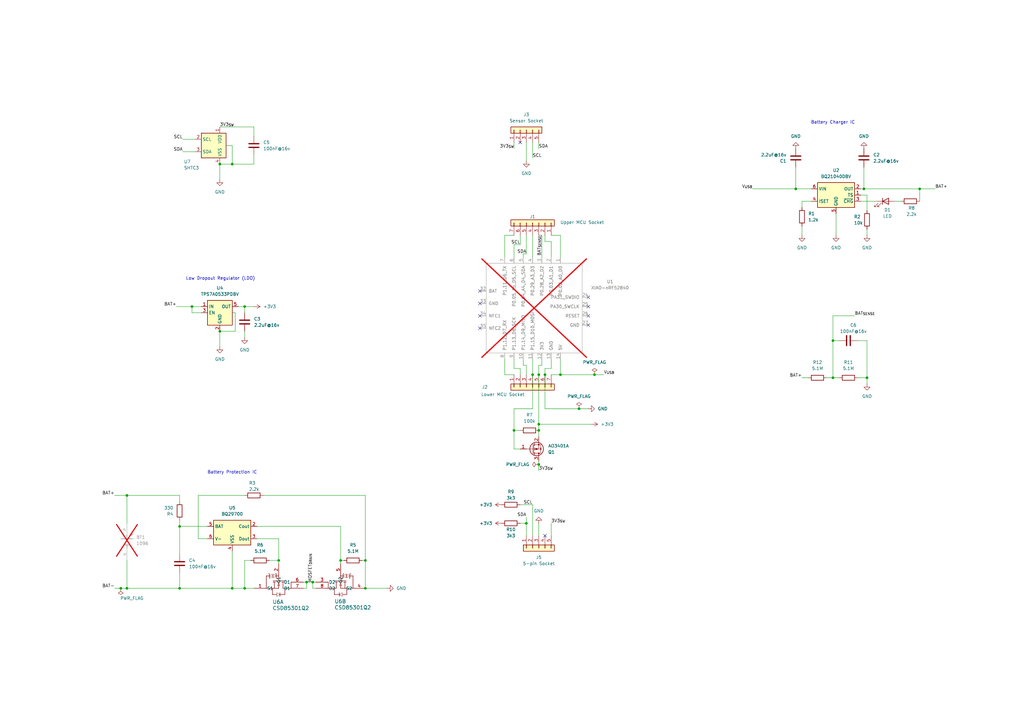
<source format=kicad_sch>
(kicad_sch (version 20250114) (generator "eeschema") (generator_version "9.0")
  (paper "A3")
  (title_block (title "Plant Sensor Breakout Board") (date "2026-02-10") (rev "1.2") (company "FEATURE") (comment 1 "pls sub this took so long good lord"))
  (lib_symbols
    (symbol "CSD85301Q2_1" (pin_names (offset 0.254))
      (property "Reference" "U" (at 0 2.54 0))
      (property "Value" "CSD85301Q2" (at 0 0 0))
      (symbol "CSD85301Q2_1_1_1"
        (pin input line (at -7.62 0 0) (length 5.08) (name "G1") (number "2"))
        (pin passive line (at 0 10.16 270) (length 5.08) (name "D1") (number "6"))
        (pin passive line (at 2.54 10.16 270) (length 5.08) (name "D1") (number "7"))
        (pin passive line (at 2.54 -10.16 90) (length 5.08) (name "S1") (number "1"))
      )
      (symbol "CSD85301Q2_1_2_1"
        (pin input line (at -7.62 0 0) (length 5.08) (name "G2") (number "5"))
        (pin passive line (at 0 10.16 270) (length 5.08) (name "D2") (number "3"))
        (pin passive line (at 2.54 10.16 270) (length 5.08) (name "D2") (number "8"))
        (pin passive line (at 2.54 -10.16 90) (length 5.08) (name "S2") (number "4"))
      )
    )
    (symbol "Connector_Generic:Conn_01x05" (pin_names (offset 1.016) (hide yes))
      (property "Reference" "J" (at 0 7.62 0))
      (property "Value" "Conn_01x05" (at 0 -7.62 0))
      (symbol "Conn_01x05_1_1"
        (pin passive line (at -5.08 5.08 0) (length 3.81) (name "Pin_1") (number "1"))
        (pin passive line (at -5.08 2.54 0) (length 3.81) (name "Pin_2") (number "2"))
        (pin passive line (at -5.08 0 0) (length 3.81) (name "Pin_3") (number "3"))
        (pin passive line (at -5.08 -2.54 0) (length 3.81) (name "Pin_4") (number "4"))
        (pin passive line (at -5.08 -5.08 0) (length 3.81) (name "Pin_5") (number "5"))
      )
    )
    (symbol "Connector_Generic:Conn_01x07" (pin_names (offset 1.016) (hide yes))
      (property "Reference" "J" (at 0 10.16 0))
      (property "Value" "Conn_01x07" (at 0 -10.16 0))
      (symbol "Conn_01x07_1_1"
        (pin passive line (at -5.08 7.62 0) (length 3.81) (name "Pin_1") (number "1"))
        (pin passive line (at -5.08 5.08 0) (length 3.81) (name "Pin_2") (number "2"))
        (pin passive line (at -5.08 2.54 0) (length 3.81) (name "Pin_3") (number "3"))
        (pin passive line (at -5.08 0 0) (length 3.81) (name "Pin_4") (number "4"))
        (pin passive line (at -5.08 -2.54 0) (length 3.81) (name "Pin_5") (number "5"))
        (pin passive line (at -5.08 -5.08 0) (length 3.81) (name "Pin_6") (number "6"))
        (pin passive line (at -5.08 -7.62 0) (length 3.81) (name "Pin_7") (number "7"))
      )
    )
    (symbol "power:+3V3" (power) (pin_numbers (hide yes)) (pin_names (offset 0) (hide yes))
      (property "Value" "+3V3" (at 0 3.556 0))
      (symbol "+3V3_1_1"
        (pin power_in line (at 0 0 90) (length 0) (name "~") (number "1"))
      )
    )
    (symbol "smart_sensor_battery:1096" (pin_names (offset 1.016))
      (property "Reference" "BT" (at -3.81 3.81 0))
      (property "Value" "1096" (at -3.81 -5.08 0))
      (symbol "1096_0_0"
        (pin passive line (at -7.62 0 0) (length 5.08) (name "~") (number "P"))
        (pin passive line (at 7.62 0 180) (length 5.08) (name "~") (number "N"))
      )
    )
    (symbol "smart_sensor_battery:BQ21040DBV"
      (property "Reference" "U" (at -7.62 6.35 0))
      (property "Value" "BQ21040DBV" (at 1.27 6.35 0))
      (symbol "BQ21040DBV_1_1"
        (pin power_in line (at -10.16 2.54 0) (length 2.54) (name "VIN") (number "6"))
        (pin input line (at -10.16 -2.54 0) (length 2.54) (name "ISET") (number "4"))
        (pin power_in line (at 0 -7.62 90) (length 2.54) (name "GND") (number "5"))
        (pin power_out line (at 10.16 2.54 180) (length 2.54) (name "OUT") (number "2"))
        (pin input line (at 10.16 0 180) (length 2.54) (name "TS") (number "1"))
        (pin open_collector line (at 10.16 -2.54 180) (length 2.54) (name "~{CHG}") (number "3"))
      )
    )
    (symbol "smart_sensor_battery:BQ297xy"
      (property "Reference" "U" (at -6.35 6.35 0))
      (property "Value" "BQ297xy" (at 5.08 -6.35 0))
      (symbol "BQ297xy_1_1"
        (pin input line (at -10.16 2.54 0) (length 2.54) (name "BAT") (number "5"))
        (pin input line (at -10.16 -2.54 0) (length 2.54) (name "V-") (number "6"))
        (pin power_in line (at 0 -7.62 90) (length 2.54) (name "VSS") (number "4"))
        (pin no_connect line (at 7.62 0 180) (length 2.54) (hide yes) (name "NC") (number "1"))
        (pin output line (at 10.16 2.54 180) (length 2.54) (name "Cout") (number "2"))
        (pin output line (at 10.16 -2.54 180) (length 2.54) (name "Dout") (number "3"))
      )
    )
    (symbol "smart_sensor_battery:C" (pin_numbers (hide yes)) (pin_names (offset 0.254))
      (property "Reference" "C" (at 0.635 2.54 0))
      (property "Value" "C" (at 0.635 -2.54 0))
      (symbol "C_1_1"
        (pin passive line (at 0 3.81 270) (length 2.794) (name "~") (number "1"))
        (pin passive line (at 0 -3.81 90) (length 2.794) (name "~") (number "2"))
      )
    )
    (symbol "smart_sensor_battery:CSD85301Q2" (pin_names (offset 0.254))
      (property "Reference" "U" (at 0 2.54 0))
      (property "Value" "CSD85301Q2" (at 0 0 0))
      (symbol "CSD85301Q2_1_1"
        (pin input line (at -7.62 0 0) (length 5.08) (name "G1") (number "2"))
        (pin passive line (at 0 10.16 270) (length 5.08) (name "D1") (number "6"))
        (pin passive line (at 2.54 10.16 270) (length 5.08) (name "D1") (number "7"))
        (pin passive line (at 2.54 -10.16 90) (length 5.08) (name "S1") (number "1"))
      )
      (symbol "CSD85301Q2_2_1"
        (pin input line (at -7.62 0 0) (length 5.08) (name "G2") (number "5"))
        (pin passive line (at 0 10.16 270) (length 5.08) (name "D2") (number "3"))
        (pin passive line (at 2.54 10.16 270) (length 5.08) (name "D2") (number "8"))
        (pin passive line (at 2.54 -10.16 90) (length 5.08) (name "S2") (number "4"))
      )
    )
    (symbol "smart_sensor_battery:GND" (power) (pin_numbers (hide yes)) (pin_names (offset 0) (hide yes))
      (property "Value" "GND" (at 0 -3.81 0))
      (symbol "GND_1_1"
        (pin power_in line (at 0 0 270) (length 0) (name "~") (number "1"))
      )
    )
    (symbol "smart_sensor_battery:LED" (pin_numbers (hide yes)) (pin_names (offset 1.016) (hide yes))
      (property "Reference" "D" (at 0 2.54 0))
      (property "Value" "LED" (at 0 -2.54 0))
      (symbol "LED_1_1"
        (pin passive line (at -3.81 0 0) (length 2.54) (name "K") (number "1"))
        (pin passive line (at 3.81 0 180) (length 2.54) (name "A") (number "2"))
      )
    )
    (symbol "smart_sensor_battery:PWR_FLAG" (power) (pin_numbers (hide yes)) (pin_names (offset 0) (hide yes))
      (property "Value" "PWR_FLAG" (at 0 3.81 0))
      (symbol "PWR_FLAG_0_0"
        (pin power_out line (at 0 0 90) (length 0) (name "~") (number "1"))
      )
    )
    (symbol "smart_sensor_battery:Q_PMOS_GSD" (pin_names (offset 0) (hide yes))
      (property "Reference" "Q" (at 5.08 1.905 0))
      (property "Value" "Q_PMOS_GSD" (at 5.08 0 0))
      (symbol "Q_PMOS_GSD_1_1"
        (pin input line (at -5.08 0 0) (length 2.54) (name "G") (number "1"))
        (pin passive line (at 2.54 5.08 270) (length 2.54) (name "D") (number "3"))
        (pin passive line (at 2.54 -5.08 90) (length 2.54) (name "S") (number "2"))
      )
    )
    (symbol "smart_sensor_battery:R" (pin_numbers (hide yes)) (pin_names (offset 0))
      (property "Reference" "R" (at 2.032 0 90))
      (property "Value" "R" (at 0 0 90))
      (symbol "R_1_1"
        (pin passive line (at 0 3.81 270) (length 1.27) (name "~") (number "1"))
        (pin passive line (at 0 -3.81 90) (length 1.27) (name "~") (number "2"))
      )
    )
    (symbol "smart_sensor_battery:SHTC3"
      (property "Reference" "U" (at -3.81 6.35 0))
      (property "Value" "SHTC3" (at -2.54 -6.35 0))
      (symbol "SHTC3_1_1"
        (pin input line (at -7.62 2.54 0) (length 2.54) (name "SCL") (number "2"))
        (pin bidirectional line (at -7.62 -2.54 0) (length 2.54) (name "SDA") (number "3"))
        (pin power_in line (at 2.54 7.62 270) (length 2.54) (name "VDD") (number "1"))
        (pin power_in line (at 2.54 -7.62 90) (length 2.54) (name "VSS") (number "4"))
        (pin power_in line (at 5.08 0 180) (length 2.54) (hide yes) (name "GND_(centre_pad)") (number "5"))
      )
    )
    (symbol "smart_sensor_battery:TPS7A0533PDBV"
      (property "Reference" "U4" (at 0 10.16 0))
      (property "Value" "TPS7A0533PDBV" (at 0 7.62 0))
      (symbol "TPS7A0533PDBV_0_1"
        (pin power_in line (at -7.62 2.54 0) (length 2.54) (name "IN") (number "1"))
        (pin input line (at -7.62 0 0) (length 2.54) (name "EN") (number "3"))
        (pin power_in line (at 0 -7.62 90) (length 2.54) (name "GND") (number "2"))
        (pin power_in line (at 5.08 0 180) (length 2.54) (hide yes) (name "NC_(GND)") (number "4"))
        (pin power_out line (at 7.62 2.54 180) (length 2.54) (name "OUT") (number "5"))
      )
    )
    (symbol "smart_sensor_battery:XIAO-nRF52840-SMD" (pin_names (offset 1.016))
      (property "Reference" "U" (at -18.542 23.114 0))
      (property "Value" "XIAO-nRF52840-SMD" (at -8.636 21.336 0))
      (symbol "XIAO-nRF52840-SMD_1_1"
        (pin passive line (at -21.59 11.43 0) (length 2.54) (name "P0.02_A0_D0") (number "1"))
        (pin passive line (at -21.59 7.62 0) (length 2.54) (name "P0.03_A1_D1") (number "2"))
        (pin passive line (at -21.59 3.81 0) (length 2.54) (name "P0.28_A2_D2") (number "3"))
        (pin passive line (at -21.59 0 0) (length 2.54) (name "P0.29_A3_D3") (number "4"))
        (pin passive line (at -21.59 -3.81 0) (length 2.54) (name "P0.04_A4_D4_SDA") (number "5"))
        (pin passive line (at -21.59 -7.62 0) (length 2.54) (name "P0.05_A5_D5_SCL") (number "6"))
        (pin passive line (at -21.59 -11.43 0) (length 2.54) (name "P1.11_D6_TX") (number "7"))
        (pin passive line (at -7.62 -21.59 90) (length 2.54) (name "BAT") (number "32"))
        (pin passive line (at -5.08 22.86 270) (length 2.54) (name "PA31_SWDIO") (number "24"))
        (pin passive line (at -2.54 -21.59 90) (length 2.54) (name "GND") (number "33"))
        (pin passive line (at -1.27 22.86 270) (length 2.54) (name "PA30_SWCLK") (number "25"))
        (pin passive line (at 2.54 22.86 270) (length 2.54) (name "RESET") (number "26"))
        (pin passive line (at 2.54 -21.59 90) (length 2.54) (name "NFC1") (number "34"))
        (pin passive line (at 6.35 22.86 270) (length 2.54) (name "GND") (number "27"))
        (pin passive line (at 7.62 -21.59 90) (length 2.54) (name "NFC2") (number "35"))
        (pin passive line (at 20.32 11.43 180) (length 2.54) (name "5V") (number "14"))
        (pin passive line (at 20.32 7.62 180) (length 2.54) (name "GND") (number "13"))
        (pin passive line (at 20.32 3.81 180) (length 2.54) (name "3V3") (number "12"))
        (pin passive line (at 20.32 0 180) (length 2.54) (name "P1.15_D10_MOSI") (number "11"))
        (pin passive line (at 20.32 -3.81 180) (length 2.54) (name "P1.14_D9_MISO") (number "10"))
        (pin passive line (at 20.32 -7.62 180) (length 2.54) (name "P1.13_D8_SCK") (number "9"))
        (pin passive line (at 20.32 -11.43 180) (length 2.54) (name "P1.12_D7_RX") (number "8"))
      )
    )
  )
  (text "Battery Charger IC" (at 341.63 50.292 0) (effects (font (size 1.27 1.27))))
  (text "Low Dropout Regulator (LDO)" (at 90.424 114.3 0) (effects (font (size 1.27 1.27))))
  (text "Battery Protection IC\n" (at 95.25 193.802 0) (effects (font (size 1.27 1.27))))
  (junction (at 73.66 241.3))
  (junction (at 125.73 238.76))
  (junction (at 149.86 241.3))
  (junction (at 220.98 173.99))
  (junction (at 326.39 77.47))
  (junction (at 210.82 176.53))
  (junction (at 100.33 125.73))
  (junction (at 95.25 67.31))
  (junction (at 223.52 153.67))
  (junction (at 52.07 203.2))
  (junction (at 139.7 229.87))
  (junction (at 243.84 153.67))
  (junction (at 78.74 125.73))
  (junction (at 341.63 154.94))
  (junction (at 215.9 214.63))
  (junction (at 90.17 135.89))
  (junction (at 220.98 190.5))
  (junction (at 95.25 241.3))
  (junction (at 220.98 176.53))
  (junction (at 90.17 67.31))
  (junction (at 100.33 241.3))
  (junction (at 49.53 241.3))
  (junction (at 128.27 238.76))
  (junction (at 341.63 139.7))
  (junction (at 377.19 77.47))
  (junction (at 354.33 77.47))
  (junction (at 229.87 153.67))
  (junction (at 355.6 154.94))
  (junction (at 220.98 153.67))
  (junction (at 237.49 167.64))
  (junction (at 149.86 229.87))
  (junction (at 218.44 153.67))
  (junction (at 52.07 241.3))
  (junction (at 114.3 229.87))
  (junction (at 73.66 215.9))
  (no_connect (at 196.85 124.46))
  (no_connect (at 213.36 58.42))
  (no_connect (at 196.85 119.38))
  (no_connect (at 241.3 125.73))
  (no_connect (at 196.85 134.62))
  (no_connect (at 241.3 133.35))
  (no_connect (at 241.3 129.54))
  (no_connect (at 196.85 129.54))
  (no_connect (at 223.52 219.71))
  (no_connect (at 241.3 121.92))
  (wire (pts (xy 339.09 154.94) (xy 341.63 154.94)))
  (wire (pts (xy 210.82 105.41) (xy 210.82 100.33)))
  (wire (pts (xy 218.44 58.42) (xy 218.44 64.77)))
  (wire (pts (xy 73.66 203.2) (xy 73.66 205.74)))
  (wire (pts (xy 100.33 135.89) (xy 100.33 138.43)))
  (wire (pts (xy 354.33 77.47) (xy 377.19 77.47)))
  (wire (pts (xy 95.25 241.3) (xy 100.33 241.3)))
  (wire (pts (xy 223.52 153.67) (xy 223.52 167.64)))
  (wire (pts (xy 81.28 203.2) (xy 100.33 203.2)))
  (wire (pts (xy 215.9 149.86) (xy 215.9 153.67)))
  (wire (pts (xy 102.87 229.87) (xy 100.33 229.87)))
  (wire (pts (xy 73.66 241.3) (xy 95.25 241.3)))
  (wire (pts (xy 114.3 220.98) (xy 114.3 229.87)))
  (wire (pts (xy 90.17 52.07) (xy 104.14 52.07)))
  (wire (pts (xy 341.63 139.7) (xy 341.63 154.94)))
  (wire (pts (xy 237.49 167.64) (xy 241.3 167.64)))
  (wire (pts (xy 104.14 63.5) (xy 104.14 67.31)))
  (wire (pts (xy 213.36 151.13) (xy 213.36 153.67)))
  (wire (pts (xy 107.95 203.2) (xy 149.86 203.2)))
  (wire (pts (xy 73.66 215.9) (xy 85.09 215.9)))
  (wire (pts (xy 95.25 67.31) (xy 90.17 67.31)))
  (wire (pts (xy 110.49 229.87) (xy 114.3 229.87)))
  (wire (pts (xy 328.93 85.09) (xy 328.93 82.55)))
  (wire (pts (xy 210.82 176.53) (xy 213.36 176.53)))
  (wire (pts (xy 149.86 229.87) (xy 149.86 203.2)))
  (wire (pts (xy 81.28 220.98) (xy 85.09 220.98)))
  (wire (pts (xy 95.25 226.06) (xy 95.25 241.3)))
  (wire (pts (xy 215.9 104.14) (xy 214.63 104.14)))
  (wire (pts (xy 328.93 82.55) (xy 332.74 82.55)))
  (wire (pts (xy 96.52 128.27) (xy 95.25 128.27)))
  (wire (pts (xy 223.52 151.13) (xy 223.52 153.67)))
  (wire (pts (xy 328.93 154.94) (xy 331.47 154.94)))
  (wire (pts (xy 222.25 96.52) (xy 220.98 96.52)))
  (wire (pts (xy 214.63 105.41) (xy 214.63 104.14)))
  (wire (pts (xy 229.87 153.67) (xy 243.84 153.67)))
  (wire (pts (xy 129.54 241.3) (xy 128.27 241.3)))
  (wire (pts (xy 97.79 125.73) (xy 100.33 125.73)))
  (wire (pts (xy 210.82 147.32) (xy 210.82 151.13)))
  (wire (pts (xy 223.52 167.64) (xy 237.49 167.64)))
  (wire (pts (xy 214.63 147.32) (xy 214.63 149.86)))
  (wire (pts (xy 220.98 214.63) (xy 220.98 219.71)))
  (wire (pts (xy 125.73 238.76) (xy 128.27 238.76)))
  (wire (pts (xy 92.71 59.69) (xy 95.25 59.69)))
  (wire (pts (xy 72.39 125.73) (xy 78.74 125.73)))
  (wire (pts (xy 100.33 125.73) (xy 104.14 125.73)))
  (wire (pts (xy 215.9 96.52) (xy 215.9 104.14)))
  (wire (pts (xy 104.14 67.31) (xy 95.25 67.31)))
  (wire (pts (xy 229.87 153.67) (xy 226.06 153.67)))
  (wire (pts (xy 105.41 215.9) (xy 139.7 215.9)))
  (wire (pts (xy 100.33 125.73) (xy 100.33 128.27)))
  (wire (pts (xy 73.66 215.9) (xy 73.66 227.33)))
  (wire (pts (xy 220.98 173.99) (xy 220.98 176.53)))
  (wire (pts (xy 100.33 229.87) (xy 100.33 241.3)))
  (wire (pts (xy 81.28 203.2) (xy 81.28 220.98)))
  (wire (pts (xy 73.66 213.36) (xy 73.66 215.9)))
  (wire (pts (xy 74.93 57.15) (xy 80.01 57.15)))
  (wire (pts (xy 355.6 157.48) (xy 355.6 154.94)))
  (wire (pts (xy 207.01 153.67) (xy 210.82 153.67)))
  (wire (pts (xy 220.98 173.99) (xy 242.57 173.99)))
  (wire (pts (xy 210.82 151.13) (xy 213.36 151.13)))
  (wire (pts (xy 328.93 92.71) (xy 328.93 96.52)))
  (wire (pts (xy 73.66 234.95) (xy 73.66 241.3)))
  (wire (pts (xy 342.9 87.63) (xy 342.9 96.52)))
  (wire (pts (xy 78.74 125.73) (xy 82.55 125.73)))
  (wire (pts (xy 344.17 154.94) (xy 341.63 154.94)))
  (wire (pts (xy 213.36 184.15) (xy 210.82 184.15)))
  (wire (pts (xy 326.39 68.58) (xy 326.39 77.47)))
  (wire (pts (xy 210.82 176.53) (xy 210.82 184.15)))
  (wire (pts (xy 350.52 129.54) (xy 341.63 129.54)))
  (wire (pts (xy 226.06 99.06) (xy 223.52 99.06)))
  (wire (pts (xy 207.01 147.32) (xy 207.01 153.67)))
  (wire (pts (xy 213.36 214.63) (xy 215.9 214.63)))
  (wire (pts (xy 213.36 207.01) (xy 218.44 207.01)))
  (wire (pts (xy 353.06 82.55) (xy 359.41 82.55)))
  (wire (pts (xy 355.6 154.94) (xy 351.79 154.94)))
  (wire (pts (xy 226.06 147.32) (xy 226.06 151.13)))
  (wire (pts (xy 90.17 135.89) (xy 96.52 135.89)))
  (wire (pts (xy 114.3 229.87) (xy 114.3 231.14)))
  (wire (pts (xy 223.52 151.13) (xy 226.06 151.13)))
  (wire (pts (xy 52.07 229.87) (xy 52.07 241.3)))
  (wire (pts (xy 220.98 58.42) (xy 220.98 60.96)))
  (wire (pts (xy 213.36 96.52) (xy 213.36 100.33)))
  (wire (pts (xy 377.19 77.47) (xy 383.54 77.47)))
  (wire (pts (xy 220.98 193.04) (xy 220.98 190.5)))
  (wire (pts (xy 210.82 58.42) (xy 210.82 60.96)))
  (wire (pts (xy 218.44 147.32) (xy 218.44 153.67)))
  (wire (pts (xy 207.01 96.52) (xy 210.82 96.52)))
  (wire (pts (xy 229.87 96.52) (xy 226.06 96.52)))
  (wire (pts (xy 128.27 238.76) (xy 129.54 238.76)))
  (wire (pts (xy 367.03 82.55) (xy 369.57 82.55)))
  (wire (pts (xy 128.27 241.3) (xy 128.27 238.76)))
  (wire (pts (xy 326.39 77.47) (xy 332.74 77.47)))
  (wire (pts (xy 355.6 139.7) (xy 351.79 139.7)))
  (wire (pts (xy 124.46 241.3) (xy 125.73 241.3)))
  (wire (pts (xy 355.6 86.36) (xy 355.6 80.01)))
  (wire (pts (xy 46.99 241.3) (xy 49.53 241.3)))
  (wire (pts (xy 100.33 241.3) (xy 104.14 241.3)))
  (wire (pts (xy 210.82 167.64) (xy 218.44 167.64)))
  (wire (pts (xy 124.46 238.76) (xy 125.73 238.76)))
  (wire (pts (xy 95.25 59.69) (xy 95.25 67.31)))
  (wire (pts (xy 222.25 147.32) (xy 222.25 149.86)))
  (wire (pts (xy 229.87 105.41) (xy 229.87 96.52)))
  (wire (pts (xy 82.55 128.27) (xy 78.74 128.27)))
  (wire (pts (xy 355.6 93.98) (xy 355.6 96.52)))
  (wire (pts (xy 215.9 214.63) (xy 215.9 219.71)))
  (wire (pts (xy 308.61 77.47) (xy 326.39 77.47)))
  (wire (pts (xy 148.59 229.87) (xy 149.86 229.87)))
  (wire (pts (xy 226.06 214.63) (xy 226.06 219.71)))
  (wire (pts (xy 220.98 153.67) (xy 220.98 173.99)))
  (wire (pts (xy 52.07 241.3) (xy 73.66 241.3)))
  (wire (pts (xy 96.52 135.89) (xy 96.52 128.27)))
  (wire (pts (xy 355.6 80.01) (xy 353.06 80.01)))
  (wire (pts (xy 215.9 212.09) (xy 215.9 214.63)))
  (wire (pts (xy 220.98 149.86) (xy 220.98 153.67)))
  (wire (pts (xy 105.41 220.98) (xy 114.3 220.98)))
  (wire (pts (xy 139.7 215.9) (xy 139.7 229.87)))
  (wire (pts (xy 220.98 190.5) (xy 220.98 189.23)))
  (wire (pts (xy 139.7 229.87) (xy 140.97 229.87)))
  (wire (pts (xy 104.14 52.07) (xy 104.14 55.88)))
  (wire (pts (xy 341.63 129.54) (xy 341.63 139.7)))
  (wire (pts (xy 52.07 203.2) (xy 73.66 203.2)))
  (wire (pts (xy 344.17 139.7) (xy 341.63 139.7)))
  (wire (pts (xy 46.99 203.2) (xy 52.07 203.2)))
  (wire (pts (xy 49.53 241.3) (xy 52.07 241.3)))
  (wire (pts (xy 220.98 149.86) (xy 222.25 149.86)))
  (wire (pts (xy 149.86 241.3) (xy 149.86 229.87)))
  (wire (pts (xy 226.06 105.41) (xy 226.06 99.06)))
  (wire (pts (xy 355.6 139.7) (xy 355.6 154.94)))
  (wire (pts (xy 218.44 207.01) (xy 218.44 219.71)))
  (wire (pts (xy 139.7 229.87) (xy 139.7 231.14)))
  (wire (pts (xy 229.87 147.32) (xy 229.87 153.67)))
  (wire (pts (xy 78.74 128.27) (xy 78.74 125.73)))
  (wire (pts (xy 90.17 135.89) (xy 90.17 142.24)))
  (wire (pts (xy 215.9 58.42) (xy 215.9 66.04)))
  (wire (pts (xy 149.86 241.3) (xy 158.75 241.3)))
  (wire (pts (xy 210.82 167.64) (xy 210.82 176.53)))
  (wire (pts (xy 218.44 96.52) (xy 218.44 105.41)))
  (wire (pts (xy 125.73 241.3) (xy 125.73 238.76)))
  (wire (pts (xy 214.63 149.86) (xy 215.9 149.86)))
  (wire (pts (xy 220.98 176.53) (xy 220.98 179.07)))
  (wire (pts (xy 353.06 77.47) (xy 354.33 77.47)))
  (wire (pts (xy 377.19 77.47) (xy 377.19 82.55)))
  (wire (pts (xy 207.01 105.41) (xy 207.01 96.52)))
  (wire (pts (xy 222.25 96.52) (xy 222.25 105.41)))
  (wire (pts (xy 74.93 62.23) (xy 80.01 62.23)))
  (wire (pts (xy 90.17 67.31) (xy 90.17 73.66)))
  (wire (pts (xy 210.82 100.33) (xy 213.36 100.33)))
  (wire (pts (xy 52.07 203.2) (xy 52.07 214.63)))
  (wire (pts (xy 354.33 68.58) (xy 354.33 77.47)))
  (wire (pts (xy 223.52 96.52) (xy 223.52 99.06)))
  (wire (pts (xy 243.84 153.67) (xy 247.65 153.67)))
  (wire (pts (xy 218.44 153.67) (xy 218.44 167.64)))
  (label "BAT+" (at 72.39 125.73 180))
  (label "BAT-" (at 46.99 241.3 180))
  (label "SDA" (at 74.93 62.23 180))
  (label "BAT+" (at 328.93 154.94 180))
  (label "3V3_{SW}" (at 220.98 193.04 0))
  (label "V_{USB}" (at 247.65 153.67 0))
  (label "MOSFET_{DRAIN}" (at 128.27 238.76 90))
  (label "V_{USB}" (at 308.61 77.47 180))
  (label "SDA" (at 215.9 212.09 180))
  (label "SDA" (at 220.98 60.96 0))
  (label "3V3_{SW}" (at 226.06 214.63 0))
  (label "SCL" (at 213.36 100.33 180))
  (label "BAT+" (at 383.54 77.47 0))
  (label "BAT_{SENSE}" (at 350.52 129.54 0))
  (label "BAT+" (at 46.99 203.2 180))
  (label "SCL" (at 218.44 64.77 0))
  (label "3V3_{SW}" (at 90.17 52.07 0))
  (label "BAT_{SENSE}" (at 222.25 96.52 270))
  (label "3V3_{SW}" (at 210.82 60.96 180))
  (label "SCL" (at 218.44 207.01 180))
  (label "SCL" (at 74.93 57.15 180))
  (label "SDA" (at 215.9 104.14 180))
  (symbol (lib_id "smart_sensor_battery:BQ297xy") (at 95.25 218.44 0) (unit 1)
    (property "Reference" "U5" (at 95.25 208.28 0))
    (property "Value" "BQ29700" (at 95.25 210.82 0))
    (property "Footprint" "Package_SON:WSON-6_1.5x1.5mm_P0.5mm" (effects (hide yes)))
    (property "Datasheet" "http://www.ti.com/lit/ds/symlink/bq2970.pdf" (effects (hide yes)))
    (property "Description" "Voltage and Current Protection for Single-Cell Li-Ion and Li-Polymer Batteries" (effects (hide yes)))
    (property "LCSC Part no." "C183096" (effects (hide yes)))
  )
  (symbol (lib_id "smart_sensor_battery:C") (at 354.33 64.77 180) (unit 1)
    (property "Reference" "C2" (at 358.14 63.4999 0) (effects (justify right)))
    (property "Value" "2.2uF@16v" (at 358.14 66.0399 0) (effects (justify right)))
    (property "Footprint" "Capacitor_SMD:C_0603_1608Metric" (effects (hide yes)))
    (property "Datasheet" "https://www.lcsc.com/datasheet/C23630.pdf" (effects (hide yes)))
    (property "Description" "Unpolarized capacitor" (effects (hide yes)))
    (property "LCSC Part no." "C23630" (effects (hide yes)))
  )
  (symbol (lib_id "smart_sensor_battery:TPS7A0533PDBV") (at 90.17 128.27 0) (unit 1)
    (property "Reference" "U4" (at 90.17 118.11 0))
    (property "Value" "TPS7A0533PDBV" (at 90.17 120.65 0))
    (property "Footprint" "Package_TO_SOT_SMD:SOT-23-5" (effects (hide yes)))
    (property "Datasheet" "https://www.ti.com/lit/ds/symlink/tps7a05.pdf" (effects (hide yes)))
    (property "Description" "200-mA Ultra-Low-Iq LDO, 3.3V, SOT-23-5" (effects (hide yes)))
    (property "LCSC Part no." "C493453" (effects (hide yes)))
  )
  (symbol (lib_id "smart_sensor_battery:C") (at 326.39 64.77 180) (unit 1)
    (property "Reference" "C1" (at 322.58 66.0401 0) (effects (justify left)))
    (property "Value" "2.2uF@16v" (at 322.58 63.5001 0) (effects (justify left)))
    (property "Footprint" "Capacitor_SMD:C_0603_1608Metric" (effects (hide yes)))
    (property "Datasheet" "https://www.lcsc.com/datasheet/C23630.pdf" (effects (hide yes)))
    (property "Description" "Unpolarized capacitor" (effects (hide yes)))
    (property "LCSC Part no." "C23630" (effects (hide yes)))
  )
  (symbol (lib_id "power:+3V3") (at 242.57 173.99 270) (unit 1)
    (property "Reference" "#PWR014" (effects (hide yes)))
    (property "Value" "+3V3" (at 246.38 173.9899 90) (effects (justify left)))
    (property "Description" "Power symbol creates a global label with name \"+3V3\"" (effects (hide yes)))
  )
  (symbol (lib_id "smart_sensor_battery:GND") (at 220.98 214.63 180) (unit 1)
    (property "Reference" "#PWR02" (effects (hide yes)))
    (property "Value" "GND" (at 220.98 209.55 0))
    (property "Description" "Power symbol creates a global label with name \"GND\" , ground" (effects (hide yes)))
  )
  (symbol (lib_name "CSD85301Q2_1") (lib_id "smart_sensor_battery:CSD85301Q2_1") (at 114.3 238.76 270) (unit 1)
    (property "Reference" "U6" (at 111.76 246.888 90) (effects (font (size 1.524 1.524)) (justify left)))
    (property "Value" "CSD85301Q2" (at 111.76 249.428 90) (effects (font (size 1.524 1.524)) (justify left)))
    (property "Footprint" "TI:CSD85301Q2" (effects (hide yes)))
    (property "Datasheet" "https://www.ti.com/lit/gpn/csd85301q2" (effects (hide yes)))
    (property "LCSC Part no." "C544396" (effects (hide yes)))
  )
  (symbol (lib_id "smart_sensor_battery:PWR_FLAG") (at 220.98 190.5 90) (unit 1)
    (property "Reference" "#FLG05" (effects (hide yes)))
    (property "Value" "PWR_FLAG" (at 217.17 190.4999 90) (effects (justify left)))
    (property "Description" "Special symbol for telling ERC where power comes from" (effects (hide yes)))
  )
  (symbol (lib_id "smart_sensor_battery:R") (at 217.17 176.53 90) (unit 1)
    (property "Reference" "R7" (at 217.17 170.18 90))
    (property "Value" "100k" (at 217.17 172.72 90))
    (property "Footprint" "Resistor_SMD:R_0402_1005Metric" (effects (hide yes)))
    (property "Description" "Resistor" (effects (hide yes)))
    (property "LCSC Part no." "C25530" (effects (hide yes)))
  )
  (symbol (lib_id "smart_sensor_battery:1096") (at 52.07 222.25 270) (unit 1) (in_bom no) (on_board no) (dnp yes)
    (property "Reference" "BT1" (at 55.88 220.3449 90) (effects (justify left)))
    (property "Value" "1096" (at 55.88 222.8849 90) (effects (justify left)))
    (property "Footprint" "CustomBattery:BAT_1096" (effects (hide yes)))
    (property "MF" "Keystone Electronics" (effects (hide yes)))
    (property "MAXIMUM_PACKAGE_HEIGHT" "15.11mm" (effects (hide yes)))
    (property "Package" "None" (effects (hide yes)))
    (property "Price" "None" (effects (hide yes)))
    (property "Check_prices" "https://www.snapeda.com/parts/1096/Keystone/view-part/?ref=eda" (effects (hide yes)))
    (property "STANDARD" "Manufacturer Recommendations" (effects (hide yes)))
    (property "PARTREV" "A" (effects (hide yes)))
    (property "SnapEDA_Link" "https://www.snapeda.com/parts/1096/Keystone/view-part/?ref=snap" (effects (hide yes)))
    (property "MP" "1096" (effects (hide yes)))
    (property "Purchase-URL" "https://www.snapeda.com/api/url_track_click_mouser/?unipart_id=5529314&manufacturer=Keystone Electronics&part_name=1096&search_term=18350 holder" (effects (hide yes)))
    (property "Description_1" "SMT Battery Holder for 18350 Battery | Keystone Electronics 1096" (effects (hide yes)))
    (property "MANUFACTURER" "Keystone Electronics" (effects (hide yes)))
    (property "Availability" "In Stock" (effects (hide yes)))
    (property "SNAPEDA_PN" "1096" (effects (hide yes)))
  )
  (symbol (lib_id "smart_sensor_battery:LED") (at 363.22 82.55 0) (unit 1)
    (property "Reference" "D1" (at 363.982 86.106 0))
    (property "Value" "LED" (at 363.982 88.646 0))
    (property "Footprint" "LED_SMD:LED_0402_1005Metric" (effects (hide yes)))
    (property "Datasheet" "https://www.lcsc.com/product-detail/C74339.html" (effects (hide yes)))
    (property "Description" "Light emitting diode" (effects (hide yes)))
    (property "Sim.Pins" "1=K 2=A" (effects (hide yes)))
    (property "LCSC Part no." "C74339" (effects (hide yes)))
  )
  (symbol (lib_id "smart_sensor_battery:R") (at 106.68 229.87 90) (unit 1)
    (property "Reference" "R6" (at 106.68 223.52 90))
    (property "Value" "5.1M" (at 106.68 226.06 90))
    (property "Footprint" "Resistor_SMD:R_0402_1005Metric" (effects (hide yes)))
    (property "Description" "Resistor" (effects (hide yes)))
    (property "LCSC Part no." "C26092" (effects (hide yes)))
  )
  (symbol (lib_id "smart_sensor_battery:R") (at 104.14 203.2 90) (unit 1)
    (property "Reference" "R3" (at 102.108 198.12 90) (effects (justify right)))
    (property "Value" "2.2k" (at 102.108 200.66 90) (effects (justify right)))
    (property "Footprint" "Resistor_SMD:R_0402_1005Metric" (effects (hide yes)))
    (property "Datasheet" "https://www.lcsc.com/datasheet/C25879.pdf" (effects (hide yes)))
    (property "Description" "Resistor" (effects (hide yes)))
    (property "LCSC Part no." "C25879" (effects (hide yes)))
  )
  (symbol (lib_id "Connector_Generic:Conn_01x05") (at 220.98 224.79 90) (mirror x) (unit 1)
    (property "Reference" "J5" (at 220.98 228.6 90))
    (property "Value" "5-pin Socket" (at 220.98 231.14 90))
    (property "Footprint" "Connector_PinSocket_2.54mm:PinSocket_1x05_P2.54mm_Vertical_SMD_Pin1Left" (effects (hide yes)))
    (property "Description" "Generic connector, single row, 01x05, script generated (kicad-library-utils/schlib/autogen/connector/)" (effects (hide yes)))
    (property "LCSC Part no." "C42379198" (effects (hide yes)))
  )
  (symbol (lib_id "power:+3V3") (at 205.74 207.01 90) (unit 1)
    (property "Reference" "#PWR017" (effects (hide yes)))
    (property "Value" "+3V3" (at 201.93 207.0099 90) (effects (justify left)))
    (property "Description" "Power symbol creates a global label with name \"+3V3\"" (effects (hide yes)))
  )
  (symbol (lib_id "smart_sensor_battery:GND") (at 326.39 60.96 180) (unit 1)
    (property "Reference" "#PWR07" (effects (hide yes)))
    (property "Value" "GND" (at 326.39 55.88 0))
    (property "Description" "Power symbol creates a global label with name \"GND\" , ground" (effects (hide yes)))
  )
  (symbol (lib_id "smart_sensor_battery:GND") (at 215.9 66.04 0) (unit 1)
    (property "Reference" "#PWR04" (effects (hide yes)))
    (property "Value" "GND" (at 215.9 71.12 0))
    (property "Description" "Power symbol creates a global label with name \"GND\" , ground" (effects (hide yes)))
  )
  (symbol (lib_id "smart_sensor_battery:GND") (at 241.3 167.64 90) (unit 1)
    (property "Reference" "#PWR03" (effects (hide yes)))
    (property "Value" "GND" (at 245.11 167.6399 90) (effects (justify right)))
    (property "Description" "Power symbol creates a global label with name \"GND\" , ground" (effects (hide yes)))
  )
  (symbol (lib_id "Connector_Generic:Conn_01x05") (at 215.9 53.34 90) (unit 1)
    (property "Reference" "J3" (at 215.9 46.99 90))
    (property "Value" "Sensor Socket" (at 215.9 49.53 90))
    (property "Footprint" "Connector_PinSocket_2.54mm:PinSocket_1x07_P2.54mm_Vertical_SMD_Pin1Right" (effects (hide yes)))
    (property "Description" "Generic connector, single row, 01x05, script generated (kicad-library-utils/schlib/autogen/connector/)" (effects (hide yes)))
    (property "LCSC Part no." "C42379199" (effects (hide yes)))
  )
  (symbol (lib_id "power:+3V3") (at 205.74 214.63 90) (unit 1)
    (property "Reference" "#PWR016" (effects (hide yes)))
    (property "Value" "+3V3" (at 201.93 214.6299 90) (effects (justify left)))
    (property "Description" "Power symbol creates a global label with name \"+3V3\"" (effects (hide yes)))
  )
  (symbol (lib_id "smart_sensor_battery:XIAO-nRF52840-SMD") (at 218.44 127 270) (unit 1) (in_bom no) (on_board no) (dnp yes)
    (property "Reference" "U1" (at 250.19 115.4998 90))
    (property "Value" "XIAO-nRF52840" (at 250.19 118.0398 90))
    (property "Footprint" "Seeed nRF52840:XIAO-nRF52840-SMD" (effects (hide yes)))
  )
  (symbol (lib_id "smart_sensor_battery:R") (at 209.55 207.01 90) (unit 1)
    (property "Reference" "R9" (at 209.55 201.676 90))
    (property "Value" "3k3" (at 209.55 204.216 90))
    (property "Footprint" "Resistor_SMD:R_0402_1005Metric" (effects (hide yes)))
    (property "Description" "Resistor" (effects (hide yes)))
    (property "LCSC Part no." "C60490" (effects (hide yes)))
  )
  (symbol (lib_id "smart_sensor_battery:Q_PMOS_GSD") (at 218.44 184.15 0) (mirror x) (unit 1)
    (property "Reference" "Q1" (at 224.79 185.4201 0) (effects (justify left)))
    (property "Value" "AO3401A" (at 224.79 182.8801 0) (effects (justify left)))
    (property "Footprint" "Package_TO_SOT_SMD:SOT-23" (effects (hide yes)))
    (property "Datasheet" "https://jlcpcb.com/api/file/downloadByFileSystemAccessId/8553305450243108864" (effects (hide yes)))
    (property "Description" "P-MOSFET transistor, gate/source/drain" (effects (hide yes)))
    (property "LCSC Part no." "C15127" (effects (hide yes)))
  )
  (symbol (lib_id "power:+3V3") (at 104.14 125.73 270) (unit 1)
    (property "Reference" "#PWR015" (effects (hide yes)))
    (property "Value" "+3V3" (at 107.95 125.7299 90) (effects (justify left)))
    (property "Description" "Power symbol creates a global label with name \"+3V3\"" (effects (hide yes)))
  )
  (symbol (lib_id "smart_sensor_battery:SHTC3") (at 87.63 59.69 0) (unit 1)
    (property "Reference" "U7" (at 75.438 66.294 0) (effects (justify left)))
    (property "Value" "SHTC3" (at 75.438 68.834 0) (effects (justify left)))
    (property "Footprint" "Sensor_Humidity:Sensirion_DFN-4-1EP_2x2mm_P1mm_EP0.7x1.6mm" (effects (hide yes)))
    (property "Datasheet" "https://www.sensirion.com/fileadmin/user_upload/customers/sensirion/Dokumente/0_Datasheets/Humidity/Sensirion_Humidity_Sensors_SHTC3_Datasheet.pdf" (effects (hide yes)))
    (property "Description" "Humidity and Temperature Sensor, ±2%RH, ±0.2°C, I2C, 1.62-3.6V, DFN-4" (effects (hide yes)))
  )
  (symbol (lib_id "smart_sensor_battery:GND") (at 90.17 142.24 0) (unit 1)
    (property "Reference" "#PWR010" (effects (hide yes)))
    (property "Value" "GND" (at 90.17 147.32 0))
    (property "Description" "Power symbol creates a global label with name \"GND\" , ground" (effects (hide yes)))
  )
  (symbol (lib_id "smart_sensor_battery:GND") (at 100.33 138.43 0) (unit 1)
    (property "Reference" "#PWR012" (effects (hide yes)))
    (property "Value" "GND" (at 100.33 143.51 0))
    (property "Description" "Power symbol creates a global label with name \"GND\" , ground" (effects (hide yes)))
  )
  (symbol (lib_id "smart_sensor_battery:C") (at 73.66 231.14 0) (unit 1)
    (property "Reference" "C4" (at 77.47 229.8699 0) (effects (justify left)))
    (property "Value" "100nF@16v" (at 77.47 232.4099 0) (effects (justify left)))
    (property "Footprint" "Capacitor_SMD:C_0402_1005Metric" (effects (hide yes)))
    (property "Datasheet" "https://www.lcsc.com/datasheet/C1525.pdf" (effects (hide yes)))
    (property "Description" "Unpolarized capacitor" (effects (hide yes)))
    (property "LCSC Part no." "C1525" (effects (hide yes)))
  )
  (symbol (lib_id "smart_sensor_battery:R") (at 144.78 229.87 90) (unit 1)
    (property "Reference" "R5" (at 144.78 223.52 90))
    (property "Value" "5.1M" (at 144.78 226.06 90))
    (property "Footprint" "Resistor_SMD:R_0402_1005Metric" (effects (hide yes)))
    (property "Description" "Resistor" (effects (hide yes)))
    (property "LCSC Part no." "C26092" (effects (hide yes)))
  )
  (symbol (lib_id "smart_sensor_battery:CSD85301Q2") (at 139.7 238.76 90) (mirror x) (unit 2)
    (property "Reference" "U6" (at 137.16 246.634 90) (effects (font (size 1.524 1.524)) (justify right)))
    (property "Value" "CSD85301Q2" (at 137.16 249.174 90) (effects (font (size 1.524 1.524)) (justify right)))
    (property "Footprint" "TI:CSD85301Q2" (effects (hide yes)))
    (property "Datasheet" "https://www.ti.com/lit/gpn/csd85301q2" (effects (hide yes)))
    (property "LCSC Part no." "C544396" (effects (hide yes)))
  )
  (symbol (lib_id "smart_sensor_battery:GND") (at 158.75 241.3 90) (unit 1)
    (property "Reference" "#PWR01" (effects (hide yes)))
    (property "Value" "GND" (at 162.56 241.2999 90) (effects (justify right)))
    (property "Description" "Power symbol creates a global label with name \"GND\" , ground" (effects (hide yes)))
  )
  (symbol (lib_id "smart_sensor_battery:C") (at 104.14 59.69 0) (unit 1)
    (property "Reference" "C5" (at 107.95 58.4199 0) (effects (justify left)))
    (property "Value" "100nF@16v" (at 107.95 60.9599 0) (effects (justify left)))
    (property "Footprint" "Capacitor_SMD:C_0402_1005Metric" (effects (hide yes)))
    (property "Datasheet" "https://www.lcsc.com/datasheet/C1525.pdf" (effects (hide yes)))
    (property "Description" "Unpolarized capacitor" (effects (hide yes)))
    (property "LCSC Part no." "C1525" (effects (hide yes)))
  )
  (symbol (lib_id "smart_sensor_battery:R") (at 355.6 90.17 0) (unit 1)
    (property "Reference" "R2" (at 350.266 88.9 0) (effects (justify left)))
    (property "Value" "10k" (at 350.266 91.44 0) (effects (justify left)))
    (property "Footprint" "Resistor_SMD:R_0402_1005Metric" (effects (hide yes)))
    (property "Description" "Resistor" (effects (hide yes)))
    (property "LCSC Part no." "C25744" (effects (hide yes)))
  )
  (symbol (lib_id "smart_sensor_battery:GND") (at 354.33 60.96 180) (unit 1)
    (property "Reference" "#PWR011" (effects (hide yes)))
    (property "Value" "GND" (at 354.33 55.88 0))
    (property "Description" "Power symbol creates a global label with name \"GND\" , ground" (effects (hide yes)))
  )
  (symbol (lib_id "Connector_Generic:Conn_01x07") (at 218.44 91.44 270) (mirror x) (unit 1)
    (property "Reference" "J1" (at 218.44 88.9 90))
    (property "Value" "Upper MCU Socket" (at 238.76 91.186 90))
    (property "Footprint" "Connector_PinSocket_2.54mm:PinSocket_1x07_P2.54mm_Vertical_SMD_Pin1Left" (effects (hide yes)))
    (property "Description" "Generic connector, single row, 01x07, script generated (kicad-library-utils/schlib/autogen/connector/)" (effects (hide yes)))
    (property "LCSC Part no." "C42379199" (effects (hide yes)))
  )
  (symbol (lib_id "smart_sensor_battery:R") (at 328.93 88.9 0) (unit 1)
    (property "Reference" "R1" (at 331.47 87.6299 0) (effects (justify left)))
    (property "Value" "1.2k" (at 331.47 90.1699 0) (effects (justify left)))
    (property "Footprint" "Resistor_SMD:R_0402_1005Metric" (effects (hide yes)))
    (property "Description" "Resistor" (effects (hide yes)))
    (property "LCSC Part no." "C25862" (effects (hide yes)))
  )
  (symbol (lib_id "smart_sensor_battery:PWR_FLAG") (at 49.53 241.3 180) (unit 1)
    (property "Reference" "#FLG03" (effects (hide yes)))
    (property "Value" "PWR_FLAG" (at 49.276 245.364 0) (effects (justify right)))
    (property "Description" "Special symbol for telling ERC where power comes from" (effects (hide yes)))
  )
  (symbol (lib_id "smart_sensor_battery:R") (at 373.38 82.55 90) (unit 1)
    (property "Reference" "R8" (at 373.888 85.344 90))
    (property "Value" "2.2k" (at 373.888 87.884 90))
    (property "Footprint" "Resistor_SMD:R_0402_1005Metric" (effects (hide yes)))
    (property "Datasheet" "https://www.lcsc.com/datasheet/C25879.pdf" (effects (hide yes)))
    (property "Description" "Resistor" (effects (hide yes)))
    (property "LCSC Part no." "C25879" (effects (hide yes)))
  )
  (symbol (lib_id "smart_sensor_battery:R") (at 73.66 209.55 180) (unit 1)
    (property "Reference" "R4" (at 71.12 210.8201 0) (effects (justify left)))
    (property "Value" "330" (at 71.12 208.2801 0) (effects (justify left)))
    (property "Footprint" "Resistor_SMD:R_0402_1005Metric" (effects (hide yes)))
    (property "Description" "Resistor" (effects (hide yes)))
    (property "LCSC Part no." "C25104" (effects (hide yes)))
  )
  (symbol (lib_id "Connector_Generic:Conn_01x07") (at 218.44 158.75 90) (mirror x) (unit 1)
    (property "Reference" "J2" (at 198.882 158.75 90))
    (property "Value" "Lower MCU Socket" (at 206.248 161.798 90))
    (property "Footprint" "Connector_PinSocket_2.54mm:PinSocket_1x07_P2.54mm_Vertical_SMD_Pin1Right" (effects (hide yes)))
    (property "Description" "Generic connector, single row, 01x07, script generated (kicad-library-utils/schlib/autogen/connector/)" (effects (hide yes)))
    (property "LCSC Part no." "C42379199" (effects (hide yes)))
  )
  (symbol (lib_id "smart_sensor_battery:GND") (at 328.93 96.52 0) (unit 1)
    (property "Reference" "#PWR08" (effects (hide yes)))
    (property "Value" "GND" (at 328.93 101.6 0))
    (property "Description" "Power symbol creates a global label with name \"GND\" , ground" (effects (hide yes)))
  )
  (symbol (lib_id "smart_sensor_battery:GND") (at 355.6 96.52 0) (unit 1)
    (property "Reference" "#PWR09" (effects (hide yes)))
    (property "Value" "GND" (at 355.6 101.6 0))
    (property "Description" "Power symbol creates a global label with name \"GND\" , ground" (effects (hide yes)))
  )
  (symbol (lib_id "smart_sensor_battery:C") (at 100.33 132.08 0) (unit 1)
    (property "Reference" "C3" (at 104.14 130.8099 0) (effects (justify left)))
    (property "Value" "2.2uF@16v" (at 104.14 133.3499 0) (effects (justify left)))
    (property "Footprint" "Capacitor_SMD:C_0603_1608Metric" (effects (hide yes)))
    (property "Datasheet" "https://www.lcsc.com/datasheet/C23630.pdf" (effects (hide yes)))
    (property "Description" "Unpolarized capacitor" (effects (hide yes)))
    (property "LCSC Part no." "C23630" (effects (hide yes)))
  )
  (symbol (lib_id "smart_sensor_battery:R") (at 347.98 154.94 90) (unit 1)
    (property "Reference" "R11" (at 347.98 148.59 90))
    (property "Value" "5.1M" (at 347.98 151.13 90))
    (property "Footprint" "Resistor_SMD:R_0402_1005Metric" (effects (hide yes)))
    (property "Description" "Resistor" (effects (hide yes)))
    (property "LCSC Part no." "C26092" (effects (hide yes)))
  )
  (symbol (lib_id "smart_sensor_battery:R") (at 209.55 214.63 90) (unit 1)
    (property "Reference" "R10" (at 209.55 217.17 90))
    (property "Value" "3k3" (at 209.55 219.71 90))
    (property "Footprint" "Resistor_SMD:R_0402_1005Metric" (effects (hide yes)))
    (property "Description" "Resistor" (effects (hide yes)))
    (property "LCSC Part no." "C60490" (effects (hide yes)))
  )
  (symbol (lib_id "smart_sensor_battery:GND") (at 355.6 157.48 0) (unit 1)
    (property "Reference" "#PWR013" (effects (hide yes)))
    (property "Value" "GND" (at 355.6 162.56 0))
    (property "Description" "Power symbol creates a global label with name \"GND\" , ground" (effects (hide yes)))
  )
  (symbol (lib_id "smart_sensor_battery:R") (at 335.28 154.94 90) (unit 1)
    (property "Reference" "R12" (at 335.28 148.59 90))
    (property "Value" "5.1M" (at 335.28 151.13 90))
    (property "Footprint" "Resistor_SMD:R_0402_1005Metric" (effects (hide yes)))
    (property "Description" "Resistor" (effects (hide yes)))
    (property "LCSC Part no." "C26092" (effects (hide yes)))
  )
  (symbol (lib_id "smart_sensor_battery:C") (at 347.98 139.7 90) (unit 1)
    (property "Reference" "C6" (at 350.012 133.35 90))
    (property "Value" "100nF@16v" (at 350.012 135.89 90))
    (property "Footprint" "Capacitor_SMD:C_0402_1005Metric" (effects (hide yes)))
    (property "Datasheet" "https://www.lcsc.com/datasheet/C1525.pdf" (effects (hide yes)))
    (property "Description" "Unpolarized capacitor" (effects (hide yes)))
    (property "LCSC Part no." "C1525" (effects (hide yes)))
  )
  (symbol (lib_id "smart_sensor_battery:PWR_FLAG") (at 237.49 167.64 0) (unit 1)
    (property "Reference" "#FLG02" (effects (hide yes)))
    (property "Value" "PWR_FLAG" (at 237.49 162.56 0))
    (property "Description" "Special symbol for telling ERC where power comes from" (effects (hide yes)))
  )
  (symbol (lib_id "smart_sensor_battery:BQ21040DBV") (at 342.9 80.01 0) (unit 1)
    (property "Reference" "U2" (at 342.9 69.85 0))
    (property "Value" "BQ21040DBV" (at 342.9 72.39 0))
    (property "Footprint" "Package_TO_SOT_SMD:SOT-23-6" (effects (hide yes)))
    (property "Datasheet" "https://www.ti.com/lit/ds/symlink/bq21040.pdf" (effects (hide yes)))
    (property "Description" "Single cell, 0.8A Li-Ion/Li-Po linear charge management controller, up to 30V input, 4.2V charge voltage, Open-Drain Status Output, Temperature sense input, SOT-23-6" (effects (hide yes)))
    (property "LCSC Part no." "C202311" (effects (hide yes)))
  )
  (symbol (lib_id "smart_sensor_battery:PWR_FLAG") (at 243.84 153.67 0) (unit 1)
    (property "Reference" "#FLG01" (effects (hide yes)))
    (property "Value" "PWR_FLAG" (at 243.84 148.59 0))
    (property "Description" "Special symbol for telling ERC where power comes from" (effects (hide yes)))
  )
  (symbol (lib_id "smart_sensor_battery:GND") (at 90.17 73.66 0) (unit 1)
    (property "Reference" "#PWR05" (effects (hide yes)))
    (property "Value" "GND" (at 90.17 78.74 0))
    (property "Description" "Power symbol creates a global label with name \"GND\" , ground" (effects (hide yes)))
  )
  (symbol (lib_id "smart_sensor_battery:GND") (at 342.9 96.52 0) (unit 1)
    (property "Reference" "#PWR06" (effects (hide yes)))
    (property "Value" "GND" (at 342.9 101.6 0))
    (property "Description" "Power symbol creates a global label with name \"GND\" , ground" (effects (hide yes)))
  )
)
</source>
